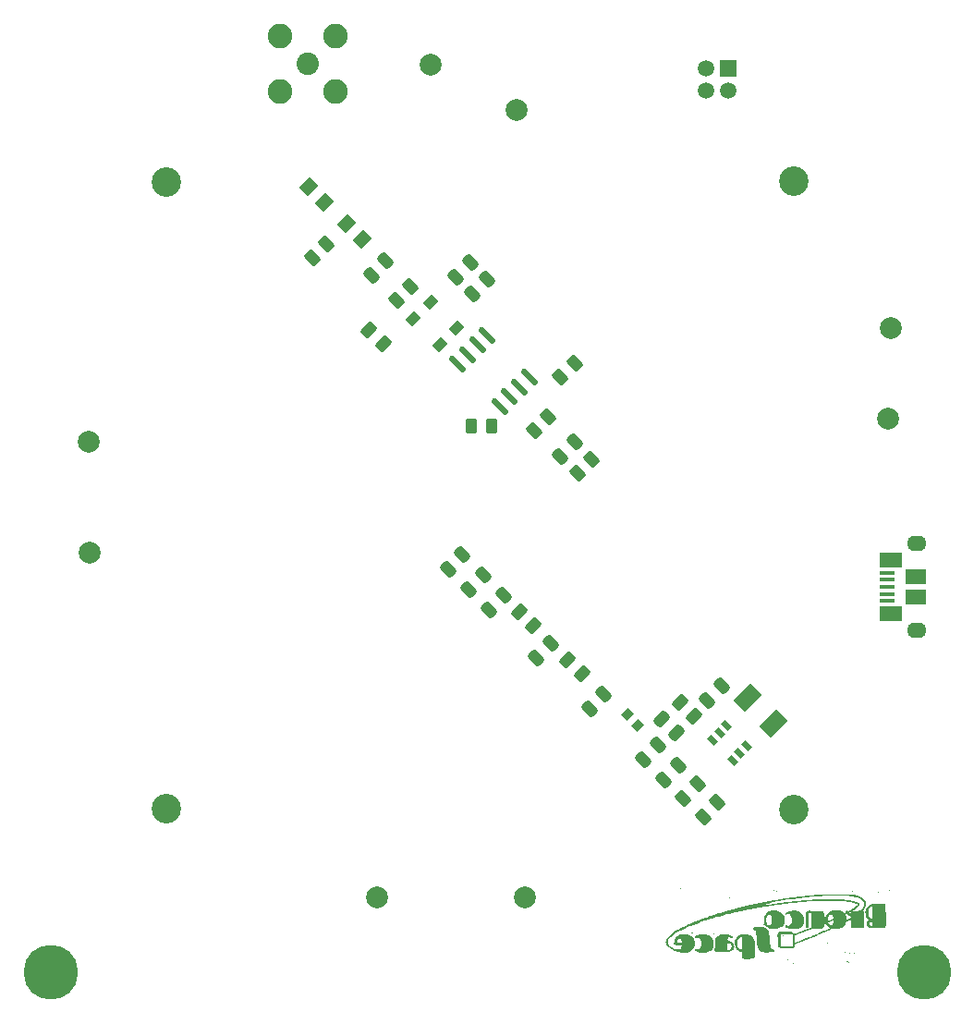
<source format=gbr>
%TF.GenerationSoftware,KiCad,Pcbnew,9.0.0*%
%TF.CreationDate,2025-06-11T13:17:42-07:00*%
%TF.ProjectId,PROVES_Cosmic_Watch,50524f56-4553-45f4-936f-736d69635f57,rev?*%
%TF.SameCoordinates,Original*%
%TF.FileFunction,Soldermask,Bot*%
%TF.FilePolarity,Negative*%
%FSLAX46Y46*%
G04 Gerber Fmt 4.6, Leading zero omitted, Abs format (unit mm)*
G04 Created by KiCad (PCBNEW 9.0.0) date 2025-06-11 13:17:42*
%MOMM*%
%LPD*%
G01*
G04 APERTURE LIST*
G04 Aperture macros list*
%AMRoundRect*
0 Rectangle with rounded corners*
0 $1 Rounding radius*
0 $2 $3 $4 $5 $6 $7 $8 $9 X,Y pos of 4 corners*
0 Add a 4 corners polygon primitive as box body*
4,1,4,$2,$3,$4,$5,$6,$7,$8,$9,$2,$3,0*
0 Add four circle primitives for the rounded corners*
1,1,$1+$1,$2,$3*
1,1,$1+$1,$4,$5*
1,1,$1+$1,$6,$7*
1,1,$1+$1,$8,$9*
0 Add four rect primitives between the rounded corners*
20,1,$1+$1,$2,$3,$4,$5,0*
20,1,$1+$1,$4,$5,$6,$7,0*
20,1,$1+$1,$6,$7,$8,$9,0*
20,1,$1+$1,$8,$9,$2,$3,0*%
%AMHorizOval*
0 Thick line with rounded ends*
0 $1 width*
0 $2 $3 position (X,Y) of the first rounded end (center of the circle)*
0 $4 $5 position (X,Y) of the second rounded end (center of the circle)*
0 Add line between two ends*
20,1,$1,$2,$3,$4,$5,0*
0 Add two circle primitives to create the rounded ends*
1,1,$1,$2,$3*
1,1,$1,$4,$5*%
%AMRotRect*
0 Rectangle, with rotation*
0 The origin of the aperture is its center*
0 $1 length*
0 $2 width*
0 $3 Rotation angle, in degrees counterclockwise*
0 Add horizontal line*
21,1,$1,$2,0,0,$3*%
G04 Aperture macros list end*
%ADD10C,0.000000*%
%ADD11RoundRect,0.250000X0.262500X0.450000X-0.262500X0.450000X-0.262500X-0.450000X0.262500X-0.450000X0*%
%ADD12HorizOval,0.570000X-0.487904X0.487904X0.487904X-0.487904X0*%
%ADD13C,2.000000*%
%ADD14C,2.700000*%
%ADD15C,5.000000*%
%ADD16RoundRect,0.250000X-0.159099X0.512652X-0.512652X0.159099X0.159099X-0.512652X0.512652X-0.159099X0*%
%ADD17RotRect,0.950000X1.150000X135.000000*%
%ADD18RoundRect,0.250000X0.159099X-0.512652X0.512652X-0.159099X-0.159099X0.512652X-0.512652X0.159099X0*%
%ADD19RoundRect,0.250000X0.132583X-0.503814X0.503814X-0.132583X-0.132583X0.503814X-0.503814X0.132583X0*%
%ADD20RotRect,0.800000X0.860000X135.000000*%
%ADD21RoundRect,0.250000X0.503814X0.132583X0.132583X0.503814X-0.503814X-0.132583X-0.132583X-0.503814X0*%
%ADD22RoundRect,0.250000X-0.503814X-0.132583X-0.132583X-0.503814X0.503814X0.132583X0.132583X0.503814X0*%
%ADD23RotRect,1.470000X2.220000X315.000000*%
%ADD24R,1.520000X1.520000*%
%ADD25C,1.520000*%
%ADD26RoundRect,0.250000X0.512652X0.159099X0.159099X0.512652X-0.512652X-0.159099X-0.159099X-0.512652X0*%
%ADD27RoundRect,0.250000X-0.132583X0.503814X-0.503814X0.132583X0.132583X-0.503814X0.503814X-0.132583X0*%
%ADD28R,1.380000X0.450000*%
%ADD29O,1.800000X1.400000*%
%ADD30R,1.900000X1.380000*%
%ADD31R,2.100000X1.480000*%
%ADD32RotRect,0.950000X1.150000X315.000000*%
%ADD33RotRect,1.130000X1.380000X135.000000*%
%ADD34RotRect,0.876300X0.508000X135.000000*%
%ADD35C,2.050000*%
%ADD36C,2.250000*%
G04 APERTURE END LIST*
D10*
%TO.C,G\u002A\u002A\u002A*%
G36*
X148759270Y-137464827D02*
G01*
X148748129Y-137475968D01*
X148736990Y-137464827D01*
X148748129Y-137453687D01*
X148759270Y-137464827D01*
G37*
G36*
X156134182Y-136373073D02*
G01*
X156123042Y-136384213D01*
X156111901Y-136373073D01*
X156123042Y-136361933D01*
X156134182Y-136373073D01*
G37*
G36*
X157448742Y-137598512D02*
G01*
X157437603Y-137609652D01*
X157426463Y-137598512D01*
X157437603Y-137587371D01*
X157448742Y-137598512D01*
G37*
G36*
X157626989Y-135548687D02*
G01*
X157615849Y-135559827D01*
X157604708Y-135548687D01*
X157615849Y-135537547D01*
X157626989Y-135548687D01*
G37*
G36*
X159877340Y-139113599D02*
G01*
X159866199Y-139124740D01*
X159855059Y-139113599D01*
X159866199Y-139102459D01*
X159877340Y-139113599D01*
G37*
G36*
X160768568Y-141809564D02*
G01*
X160757428Y-141820705D01*
X160746287Y-141809564D01*
X160757428Y-141798424D01*
X160768568Y-141809564D01*
G37*
G36*
X161080498Y-141742722D02*
G01*
X161069357Y-141753862D01*
X161058217Y-141742722D01*
X161069357Y-141731582D01*
X161080498Y-141742722D01*
G37*
G36*
X161281024Y-140918336D02*
G01*
X161269884Y-140929476D01*
X161258743Y-140918336D01*
X161269884Y-140907196D01*
X161281024Y-140918336D01*
G37*
G36*
X161325585Y-141787283D02*
G01*
X161314445Y-141798424D01*
X161303305Y-141787283D01*
X161314445Y-141776143D01*
X161325585Y-141787283D01*
G37*
G36*
X163843306Y-141742722D02*
G01*
X163832164Y-141753862D01*
X163821025Y-141742722D01*
X163832164Y-141731582D01*
X163843306Y-141742722D01*
G37*
G36*
X167809270Y-136529038D02*
G01*
X167798129Y-136540178D01*
X167786989Y-136529038D01*
X167798129Y-136517898D01*
X167809270Y-136529038D01*
G37*
G36*
X168878742Y-141029740D02*
G01*
X168867603Y-141040880D01*
X168856463Y-141029740D01*
X168867603Y-141018599D01*
X168878742Y-141029740D01*
G37*
G36*
X170148743Y-135036231D02*
G01*
X170137603Y-135047370D01*
X170126463Y-135036231D01*
X170137603Y-135025091D01*
X170148743Y-135036231D01*
G37*
G36*
X170171024Y-135169915D02*
G01*
X170159884Y-135181055D01*
X170148743Y-135169915D01*
X170159884Y-135158775D01*
X170171024Y-135169915D01*
G37*
G36*
X148729562Y-136503045D02*
G01*
X148733048Y-136509745D01*
X148714709Y-136517898D01*
X148702913Y-136516290D01*
X148699854Y-136503044D01*
X148703120Y-136500377D01*
X148729562Y-136503045D01*
G37*
G36*
X156616930Y-138218658D02*
G01*
X156620416Y-138225359D01*
X156602077Y-138233512D01*
X156590281Y-138231904D01*
X156587223Y-138218658D01*
X156590489Y-138215991D01*
X156616930Y-138218658D01*
G37*
G36*
X159792395Y-139064958D02*
G01*
X159802708Y-139072978D01*
X159778933Y-139078419D01*
X159756335Y-139076844D01*
X159749690Y-139066717D01*
X159757573Y-139062302D01*
X159792395Y-139064958D01*
G37*
G36*
X160389796Y-140238775D02*
G01*
X160388188Y-140250570D01*
X160374942Y-140253629D01*
X160372276Y-140250363D01*
X160374942Y-140223921D01*
X160381644Y-140220435D01*
X160389796Y-140238775D01*
G37*
G36*
X160471492Y-139421816D02*
G01*
X160474978Y-139428517D01*
X160456638Y-139436669D01*
X160444843Y-139435061D01*
X160441784Y-139421817D01*
X160445050Y-139419149D01*
X160471492Y-139421816D01*
G37*
G36*
X160805702Y-138775675D02*
G01*
X160809188Y-138782377D01*
X160790849Y-138790529D01*
X160779053Y-138788921D01*
X160775995Y-138775675D01*
X160779260Y-138773009D01*
X160805702Y-138775675D01*
G37*
G36*
X161396605Y-141961449D02*
G01*
X161406918Y-141969469D01*
X161383144Y-141974910D01*
X161360545Y-141973335D01*
X161353901Y-141963208D01*
X161361783Y-141958793D01*
X161396605Y-141961449D01*
G37*
G36*
X165778208Y-139659476D02*
G01*
X165775102Y-139690126D01*
X165766970Y-139687327D01*
X165764027Y-139677242D01*
X165766970Y-139631626D01*
X165774706Y-139627846D01*
X165778208Y-139659476D01*
G37*
G36*
X165848568Y-141865266D02*
G01*
X165846961Y-141877061D01*
X165833714Y-141880120D01*
X165831049Y-141876854D01*
X165833714Y-141850412D01*
X165840416Y-141846926D01*
X165848568Y-141865266D01*
G37*
G36*
X166316463Y-141553336D02*
G01*
X166314855Y-141565131D01*
X166301609Y-141568190D01*
X166298942Y-141564924D01*
X166301609Y-141538481D01*
X166308310Y-141534997D01*
X166316463Y-141553336D01*
G37*
G36*
X166487281Y-140959184D02*
G01*
X166490767Y-140965886D01*
X166472428Y-140974038D01*
X166460632Y-140972430D01*
X166457574Y-140959184D01*
X166460839Y-140956518D01*
X166487281Y-140959184D01*
G37*
G36*
X149730608Y-137739894D02*
G01*
X149723730Y-137749791D01*
X149704885Y-137765617D01*
X149701770Y-137765400D01*
X149696863Y-137752502D01*
X149720782Y-137730068D01*
X149733234Y-137724647D01*
X149730608Y-137739894D01*
G37*
G36*
X157163436Y-138505466D02*
G01*
X157181375Y-138536158D01*
X157177645Y-138552919D01*
X157154918Y-138562616D01*
X157125588Y-138540592D01*
X157121698Y-138513868D01*
X157146097Y-138500880D01*
X157163436Y-138505466D01*
G37*
G36*
X160902252Y-141630004D02*
G01*
X160901816Y-141641253D01*
X160891291Y-141663754D01*
X160869783Y-141643999D01*
X160866755Y-141635964D01*
X160879608Y-141609262D01*
X160891290Y-141607056D01*
X160902252Y-141630004D01*
G37*
G36*
X161896941Y-136729170D02*
G01*
X161914592Y-136756455D01*
X161916178Y-136760681D01*
X161920853Y-136783007D01*
X161902119Y-136768927D01*
X161889405Y-136752544D01*
X161886906Y-136728975D01*
X161896941Y-136729170D01*
G37*
G36*
X167176501Y-141626123D02*
G01*
X167180597Y-141634929D01*
X167172422Y-141667730D01*
X167157860Y-141684592D01*
X167145589Y-141667820D01*
X167142858Y-141647099D01*
X167154475Y-141622464D01*
X167176501Y-141626123D01*
G37*
G36*
X170184281Y-135286889D02*
G01*
X170152346Y-135321995D01*
X170134150Y-135337020D01*
X170128416Y-135335912D01*
X170134494Y-135318706D01*
X170176594Y-135279202D01*
X170226726Y-135236757D01*
X170184281Y-135286889D01*
G37*
G36*
X149219738Y-138686552D02*
G01*
X149222957Y-138692199D01*
X149216940Y-138722205D01*
X149202530Y-138737645D01*
X149174341Y-138744618D01*
X149160322Y-138725002D01*
X149167043Y-138706112D01*
X149193678Y-138684873D01*
X149219738Y-138686552D01*
G37*
G36*
X151059508Y-135070298D02*
G01*
X151076463Y-135091933D01*
X151075815Y-135097258D01*
X151054182Y-135114213D01*
X151048856Y-135113566D01*
X151031901Y-135091933D01*
X151032549Y-135086607D01*
X151054182Y-135069652D01*
X151059508Y-135070298D01*
G37*
G36*
X153198979Y-135028495D02*
G01*
X153204270Y-135047371D01*
X153199703Y-135054112D01*
X153181989Y-135069652D01*
X153178766Y-135068603D01*
X153159708Y-135047371D01*
X153157924Y-135035571D01*
X153181989Y-135025091D01*
X153198979Y-135028495D01*
G37*
G36*
X153778717Y-138256430D02*
G01*
X153794708Y-138278073D01*
X153790457Y-138288721D01*
X153759972Y-138300354D01*
X153744058Y-138297147D01*
X153739007Y-138278073D01*
X153743567Y-138271988D01*
X153773743Y-138255792D01*
X153778717Y-138256430D01*
G37*
G36*
X154093147Y-139217565D02*
G01*
X154118641Y-139239194D01*
X154113459Y-139266456D01*
X154091544Y-139279196D01*
X154056411Y-139275310D01*
X154039796Y-139247283D01*
X154043511Y-139231726D01*
X154071902Y-139213862D01*
X154093147Y-139217565D01*
G37*
G36*
X155595218Y-135924823D02*
G01*
X155613570Y-135944909D01*
X155611569Y-135958297D01*
X155570798Y-135960880D01*
X155526151Y-135953111D01*
X155510636Y-135931541D01*
X155534742Y-135903857D01*
X155557708Y-135902320D01*
X155595218Y-135924823D01*
G37*
G36*
X156058459Y-136385239D02*
G01*
X156078480Y-136406494D01*
X156081962Y-136415125D01*
X156068655Y-136428775D01*
X156062187Y-136427919D01*
X156045059Y-136406494D01*
X156045315Y-136401452D01*
X156054885Y-136384213D01*
X156058459Y-136385239D01*
G37*
G36*
X156962802Y-137277955D02*
G01*
X156980849Y-137297722D01*
X156977078Y-137307972D01*
X156947428Y-137320003D01*
X156932053Y-137317489D01*
X156914007Y-137297722D01*
X156917777Y-137287472D01*
X156947428Y-137275441D01*
X156962802Y-137277955D01*
G37*
G36*
X157130978Y-137393741D02*
G01*
X157147998Y-137411368D01*
X157156128Y-137428207D01*
X157131763Y-137431406D01*
X157099740Y-137423039D01*
X157074965Y-137397578D01*
X157079411Y-137369978D01*
X157097234Y-137369919D01*
X157130978Y-137393741D01*
G37*
G36*
X157727703Y-137729286D02*
G01*
X157744664Y-137740115D01*
X157749630Y-137765459D01*
X157747061Y-137769297D01*
X157714160Y-137786902D01*
X157681775Y-137764133D01*
X157674546Y-137745941D01*
X157687317Y-137724886D01*
X157727703Y-137729286D01*
G37*
G36*
X158522452Y-137946376D02*
G01*
X158540498Y-137966143D01*
X158536727Y-137976393D01*
X158507077Y-137988424D01*
X158491702Y-137985910D01*
X158473656Y-137966143D01*
X158477426Y-137955893D01*
X158507077Y-137943862D01*
X158522452Y-137946376D01*
G37*
G36*
X158690366Y-138382003D02*
G01*
X158716954Y-138434038D01*
X158731906Y-138466391D01*
X158731867Y-138473881D01*
X158708832Y-138446490D01*
X158686919Y-138414208D01*
X158674182Y-138381505D01*
X158677181Y-138367514D01*
X158690366Y-138382003D01*
G37*
G36*
X158927554Y-136099201D02*
G01*
X158950322Y-136129847D01*
X158954164Y-136149344D01*
X158937388Y-136156305D01*
X158935465Y-136155615D01*
X158909530Y-136134294D01*
X158900436Y-136107646D01*
X158915029Y-136094564D01*
X158927554Y-136099201D01*
G37*
G36*
X161045495Y-141531263D02*
G01*
X161058217Y-141567384D01*
X161057851Y-141578072D01*
X161049411Y-141588179D01*
X161022144Y-141565007D01*
X161002221Y-141539575D01*
X160998380Y-141516623D01*
X161018524Y-141511502D01*
X161045495Y-141531263D01*
G37*
G36*
X161032268Y-139526460D02*
G01*
X161013657Y-139559213D01*
X160994786Y-139577276D01*
X160973885Y-139582571D01*
X160972762Y-139569686D01*
X160991375Y-139536933D01*
X161010244Y-139518870D01*
X161031146Y-139513575D01*
X161032268Y-139526460D01*
G37*
G36*
X161607981Y-136462303D02*
G01*
X161631956Y-136490047D01*
X161628768Y-136507253D01*
X161594811Y-136517898D01*
X161567135Y-136511768D01*
X161548392Y-136482843D01*
X161550642Y-136471264D01*
X161574290Y-136455474D01*
X161607981Y-136462303D01*
G37*
G36*
X162667753Y-140038896D02*
G01*
X162684708Y-140060529D01*
X162684061Y-140065855D01*
X162662428Y-140082809D01*
X162657102Y-140082162D01*
X162640147Y-140060528D01*
X162640794Y-140055203D01*
X162662428Y-140038248D01*
X162667753Y-140038896D01*
G37*
G36*
X164283927Y-136381803D02*
G01*
X164306929Y-136404823D01*
X164305508Y-136417469D01*
X164277777Y-136428775D01*
X164259383Y-136425139D01*
X164248628Y-136404823D01*
X164251654Y-136398217D01*
X164277778Y-136380871D01*
X164283927Y-136381803D01*
G37*
G36*
X164543214Y-140102646D02*
G01*
X164556287Y-140141141D01*
X164553284Y-140155991D01*
X164534007Y-140160792D01*
X164524799Y-140152096D01*
X164511726Y-140113601D01*
X164514729Y-140098751D01*
X164534007Y-140093950D01*
X164543214Y-140102646D01*
G37*
G36*
X164918104Y-141888194D02*
G01*
X164935059Y-141909827D01*
X164934412Y-141915153D01*
X164912778Y-141932108D01*
X164907453Y-141931461D01*
X164890498Y-141909827D01*
X164891145Y-141904502D01*
X164912778Y-141887547D01*
X164918104Y-141888194D01*
G37*
G36*
X165007054Y-136318227D02*
G01*
X165024182Y-136339652D01*
X165023927Y-136344694D01*
X165014357Y-136361933D01*
X165010783Y-136360907D01*
X164990761Y-136339652D01*
X164987279Y-136331021D01*
X165000586Y-136317371D01*
X165007054Y-136318227D01*
G37*
G36*
X166217195Y-140278298D02*
G01*
X166244050Y-140300047D01*
X166233852Y-140320542D01*
X166182778Y-140327898D01*
X166133100Y-140321175D01*
X166121507Y-140300047D01*
X166138680Y-140282699D01*
X166182778Y-140272196D01*
X166217195Y-140278298D01*
G37*
G36*
X166200067Y-136738295D02*
G01*
X166223069Y-136761314D01*
X166221649Y-136773961D01*
X166193919Y-136785266D01*
X166175524Y-136781630D01*
X166164768Y-136761314D01*
X166167794Y-136754708D01*
X166193919Y-136737362D01*
X166200067Y-136738295D01*
G37*
G36*
X166701084Y-141133407D02*
G01*
X166706375Y-141152283D01*
X166701808Y-141159024D01*
X166684094Y-141174564D01*
X166680871Y-141173516D01*
X166661814Y-141152283D01*
X166660029Y-141140483D01*
X166684094Y-141130003D01*
X166701084Y-141133407D01*
G37*
G36*
X166973616Y-141001655D02*
G01*
X167007164Y-141029740D01*
X167019412Y-141049744D01*
X167012621Y-141063161D01*
X166996152Y-141057825D01*
X166962603Y-141029740D01*
X166950355Y-141009735D01*
X166957147Y-140996319D01*
X166973616Y-141001655D01*
G37*
G36*
X167096287Y-141774828D02*
G01*
X167095431Y-141781295D01*
X167074007Y-141798424D01*
X167068964Y-141798168D01*
X167051726Y-141788598D01*
X167052752Y-141785024D01*
X167074007Y-141765003D01*
X167082637Y-141761521D01*
X167096287Y-141774828D01*
G37*
G36*
X167764708Y-136417634D02*
G01*
X167775294Y-136428795D01*
X167786648Y-136469081D01*
X167786572Y-136474148D01*
X167782012Y-136494216D01*
X167764708Y-136473336D01*
X167748297Y-136442404D01*
X167745026Y-136415836D01*
X167764708Y-136417634D01*
G37*
G36*
X167902012Y-135029268D02*
G01*
X167920673Y-135047371D01*
X167912317Y-135060320D01*
X167876112Y-135069652D01*
X167850212Y-135065474D01*
X167831550Y-135047371D01*
X167839906Y-135034421D01*
X167876112Y-135025091D01*
X167902012Y-135029268D01*
G37*
G36*
X168111348Y-138591005D02*
G01*
X168132340Y-138612283D01*
X168136490Y-138620172D01*
X168134970Y-138634563D01*
X168131052Y-138633562D01*
X168110059Y-138612283D01*
X168105909Y-138604395D01*
X168107430Y-138590003D01*
X168111348Y-138591005D01*
G37*
G36*
X152142079Y-139127598D02*
G01*
X152167771Y-139145798D01*
X152153363Y-139176728D01*
X152150481Y-139179352D01*
X152113057Y-139191938D01*
X152074528Y-139183469D01*
X152056814Y-139158161D01*
X152067716Y-139136361D01*
X152112515Y-139124741D01*
X152142079Y-139127598D01*
G37*
G36*
X160746287Y-135292459D02*
G01*
X160756071Y-135311906D01*
X160768227Y-135366186D01*
X160764401Y-135386727D01*
X160746287Y-135392722D01*
X160731570Y-135368330D01*
X160724348Y-135318995D01*
X160724812Y-135300375D01*
X160730759Y-135277123D01*
X160746287Y-135292459D01*
G37*
G36*
X164645410Y-135270178D02*
G01*
X164656217Y-135289067D01*
X164667350Y-135320309D01*
X164666807Y-135324225D01*
X164645410Y-135337020D01*
X164631591Y-135326008D01*
X164623471Y-135286889D01*
X164623717Y-135274810D01*
X164629157Y-135252680D01*
X164645410Y-135270178D01*
G37*
G36*
X166334460Y-141025205D02*
G01*
X166316462Y-141052020D01*
X166293042Y-141070547D01*
X166241322Y-141085304D01*
X166216866Y-141083655D01*
X166218392Y-141074341D01*
X166257739Y-141051883D01*
X166276212Y-141042393D01*
X166322144Y-141021999D01*
X166334460Y-141025205D01*
G37*
G36*
X166592530Y-140999910D02*
G01*
X166604546Y-141062542D01*
X166604379Y-141068913D01*
X166591345Y-141074709D01*
X166555980Y-141045098D01*
X166531765Y-141018984D01*
X166520681Y-140993224D01*
X166539264Y-140974120D01*
X166566973Y-140969904D01*
X166592530Y-140999910D01*
G37*
G36*
X169224641Y-135409427D02*
G01*
X169233436Y-135432290D01*
X169207384Y-135455948D01*
X169196470Y-135460316D01*
X169173963Y-135468945D01*
X169171396Y-135465973D01*
X169168392Y-135437283D01*
X169172274Y-135421697D01*
X169201815Y-135403862D01*
X169224641Y-135409427D01*
G37*
G36*
X159903836Y-135293435D02*
G01*
X159875701Y-135333646D01*
X159835569Y-135368124D01*
X159802096Y-135382789D01*
X159788217Y-135371589D01*
X159791963Y-135360323D01*
X159816869Y-135328345D01*
X159853615Y-135293868D01*
X159888543Y-135268962D01*
X159907995Y-135265703D01*
X159903836Y-135293435D01*
G37*
G36*
X166149357Y-140951757D02*
G01*
X166166945Y-140971389D01*
X166182778Y-141012915D01*
X166182761Y-141015283D01*
X166175807Y-141034469D01*
X166149357Y-141018599D01*
X166131770Y-140998967D01*
X166115936Y-140957441D01*
X166115953Y-140955074D01*
X166122908Y-140935888D01*
X166149357Y-140951757D01*
G37*
G36*
X170194600Y-137458386D02*
G01*
X170240812Y-137489361D01*
X170260147Y-137536125D01*
X170260139Y-137537723D01*
X170254118Y-137561020D01*
X170230833Y-137558413D01*
X170181381Y-137529107D01*
X170175771Y-137525356D01*
X170134838Y-137488750D01*
X170131456Y-137463255D01*
X170166568Y-137453687D01*
X170194600Y-137458386D01*
G37*
G36*
X159575660Y-135140265D02*
G01*
X159587692Y-135169915D01*
X159599203Y-135203786D01*
X159632252Y-135247897D01*
X159662432Y-135284002D01*
X159676814Y-135314740D01*
X159675809Y-135326338D01*
X159661389Y-135336045D01*
X159632669Y-135309278D01*
X159593261Y-135248882D01*
X159567731Y-135203155D01*
X159547642Y-135160371D01*
X159547581Y-135141026D01*
X159565410Y-135136494D01*
X159575660Y-135140265D01*
G37*
G36*
X166817263Y-135328765D02*
G01*
X166833517Y-135337107D01*
X166851199Y-135358900D01*
X166851201Y-135359174D01*
X166855362Y-135391884D01*
X166865125Y-135445639D01*
X166869205Y-135495919D01*
X166853985Y-135515266D01*
X166837290Y-135500652D01*
X166828919Y-135458099D01*
X166824222Y-135414672D01*
X166806123Y-135358338D01*
X166802010Y-135350444D01*
X166795052Y-135325749D01*
X166817263Y-135328765D01*
G37*
G36*
X149190700Y-138190993D02*
G01*
X149196260Y-138237508D01*
X149196495Y-138304338D01*
X149192044Y-138376644D01*
X149183546Y-138439584D01*
X149171637Y-138478317D01*
X149161112Y-138492736D01*
X149140063Y-138500063D01*
X149128867Y-138469679D01*
X149130166Y-138406187D01*
X149133846Y-138372677D01*
X149146544Y-138272930D01*
X149158373Y-138210945D01*
X149170603Y-138181403D01*
X149184505Y-138178985D01*
X149190700Y-138190993D01*
G37*
G36*
X166322482Y-141759833D02*
G01*
X166395161Y-141786147D01*
X166452346Y-141820568D01*
X166472428Y-141864129D01*
X166468098Y-141891118D01*
X166450147Y-141909827D01*
X166444853Y-141909218D01*
X166427866Y-141888592D01*
X166426502Y-141883991D01*
X166399848Y-141859023D01*
X166349884Y-141830352D01*
X166335284Y-141823074D01*
X166290102Y-141794882D01*
X166271901Y-141773604D01*
X166282985Y-141756484D01*
X166322482Y-141759833D01*
G37*
G36*
X153183042Y-139281468D02*
G01*
X153417266Y-139305578D01*
X153617882Y-139358851D01*
X153784859Y-139441269D01*
X153918161Y-139552812D01*
X154017754Y-139693464D01*
X154083607Y-139863201D01*
X154085137Y-139869275D01*
X154097459Y-139950326D01*
X154103857Y-140057718D01*
X154103299Y-140175131D01*
X154103225Y-140177121D01*
X154096773Y-140287435D01*
X154084972Y-140369547D01*
X154064425Y-140439533D01*
X154031729Y-140513468D01*
X153998857Y-140573424D01*
X153944007Y-140656387D01*
X153891622Y-140719674D01*
X153804748Y-140790532D01*
X153674950Y-140865774D01*
X153529094Y-140926041D01*
X153382515Y-140963973D01*
X153298316Y-140977547D01*
X153194517Y-140989418D01*
X153101360Y-140991171D01*
X153000826Y-140982822D01*
X152874903Y-140964385D01*
X152826692Y-140955377D01*
X152714834Y-140926800D01*
X152604542Y-140889657D01*
X152504189Y-140847663D01*
X152422144Y-140804536D01*
X152366778Y-140763992D01*
X152346464Y-140729749D01*
X152348210Y-140712899D01*
X152377633Y-140661584D01*
X152431910Y-140629795D01*
X152496077Y-140627735D01*
X152517323Y-140633013D01*
X152614498Y-140652858D01*
X152683898Y-140655816D01*
X152737256Y-140641078D01*
X152786307Y-140607842D01*
X152864677Y-140523450D01*
X152917566Y-140420048D01*
X152947394Y-140290460D01*
X152956760Y-140127371D01*
X152948030Y-139969498D01*
X152918742Y-139837955D01*
X152866427Y-139733402D01*
X152788632Y-139648856D01*
X152767846Y-139633958D01*
X152703266Y-139605512D01*
X152633023Y-139591506D01*
X152572193Y-139593966D01*
X152535849Y-139614915D01*
X152509621Y-139633876D01*
X152460446Y-139633737D01*
X152406990Y-139612826D01*
X152364062Y-139577469D01*
X152346463Y-139533993D01*
X152360621Y-139503397D01*
X152411623Y-139462320D01*
X152492259Y-139419634D01*
X152594615Y-139378145D01*
X152710780Y-139340654D01*
X152832841Y-139309962D01*
X152952885Y-139288874D01*
X153062999Y-139280192D01*
X153183042Y-139281468D01*
G37*
G36*
X161581029Y-137138225D02*
G01*
X161665519Y-137141041D01*
X161729563Y-137148380D01*
X161785117Y-137162362D01*
X161844140Y-137185101D01*
X161918588Y-137218721D01*
X161947192Y-137232311D01*
X162108236Y-137328476D01*
X162230208Y-137442252D01*
X162315980Y-137577988D01*
X162368425Y-137740030D01*
X162390415Y-137932722D01*
X162391368Y-138005448D01*
X162375565Y-138174833D01*
X162330445Y-138326654D01*
X162252366Y-138475223D01*
X162222029Y-138516584D01*
X162124503Y-138607972D01*
X161996288Y-138689391D01*
X161847025Y-138755306D01*
X161686356Y-138800180D01*
X161638766Y-138809339D01*
X161527724Y-138826107D01*
X161430765Y-138830631D01*
X161328875Y-138823043D01*
X161203042Y-138803470D01*
X161048104Y-138770749D01*
X160908755Y-138730496D01*
X160794483Y-138685767D01*
X160710105Y-138638796D01*
X160660433Y-138591816D01*
X160650285Y-138547063D01*
X160675973Y-138492208D01*
X160719293Y-138463473D01*
X160770075Y-138474370D01*
X160793240Y-138483847D01*
X160856368Y-138496090D01*
X160932778Y-138500880D01*
X160980636Y-138500051D01*
X161037086Y-138491350D01*
X161080183Y-138466233D01*
X161129437Y-138416309D01*
X161192970Y-138327875D01*
X161234650Y-138221357D01*
X161254413Y-138090767D01*
X161254416Y-137927671D01*
X161242370Y-137796867D01*
X161216559Y-137687747D01*
X161172996Y-137597961D01*
X161107207Y-137514959D01*
X161066466Y-137478749D01*
X161015860Y-137458733D01*
X160941180Y-137453687D01*
X160908064Y-137454750D01*
X160835663Y-137463762D01*
X160785244Y-137478967D01*
X160756974Y-137490247D01*
X160725207Y-137482548D01*
X160685582Y-137443300D01*
X160664560Y-137415680D01*
X160651112Y-137375921D01*
X160668828Y-137340150D01*
X160721551Y-137302788D01*
X160813130Y-137258258D01*
X160904316Y-137220253D01*
X161025881Y-137180444D01*
X161150134Y-137155141D01*
X161290857Y-137141785D01*
X161461834Y-137137817D01*
X161464136Y-137137815D01*
X161581029Y-137138225D01*
G37*
G36*
X158819465Y-138701406D02*
G01*
X158837176Y-138710529D01*
X158977908Y-138805328D01*
X159080215Y-138919972D01*
X159142653Y-139052890D01*
X159149100Y-139078989D01*
X159162804Y-139155040D01*
X159176510Y-139253165D01*
X159188038Y-139358687D01*
X159194104Y-139423354D01*
X159221048Y-139697154D01*
X159246224Y-139929239D01*
X159269964Y-140121906D01*
X159292595Y-140277453D01*
X159314444Y-140398179D01*
X159335839Y-140486381D01*
X159357108Y-140544358D01*
X159368973Y-140567149D01*
X159401744Y-140610711D01*
X159449427Y-140641526D01*
X159526419Y-140670303D01*
X159530451Y-140671615D01*
X159599795Y-140695934D01*
X159636898Y-140717158D01*
X159651797Y-140744420D01*
X159654533Y-140786852D01*
X159652479Y-140824725D01*
X159635913Y-140858604D01*
X159593261Y-140874692D01*
X159544004Y-140885720D01*
X159487428Y-140899818D01*
X159467467Y-140904086D01*
X159406015Y-140914286D01*
X159319548Y-140926834D01*
X159220059Y-140939928D01*
X159203170Y-140942038D01*
X159076065Y-140957207D01*
X158980645Y-140966164D01*
X158905737Y-140968909D01*
X158840168Y-140965438D01*
X158772764Y-140955749D01*
X158692349Y-140939842D01*
X158661516Y-140932924D01*
X158482028Y-140870815D01*
X158334198Y-140777626D01*
X158217075Y-140652606D01*
X158129710Y-140495003D01*
X158117872Y-140458002D01*
X158100084Y-140372590D01*
X158084132Y-140262171D01*
X158071925Y-140138512D01*
X158066195Y-140064090D01*
X158049351Y-139848852D01*
X158034968Y-139671704D01*
X158022597Y-139527772D01*
X158011789Y-139412182D01*
X158002094Y-139320064D01*
X157993066Y-139246542D01*
X157984253Y-139186745D01*
X157973516Y-139118916D01*
X157964782Y-139060049D01*
X157961369Y-139031756D01*
X157957427Y-139017677D01*
X157927582Y-138974795D01*
X157878530Y-138924291D01*
X157822392Y-138877924D01*
X157771294Y-138847450D01*
X157735462Y-138827122D01*
X157693188Y-138783960D01*
X157674221Y-138738110D01*
X157686048Y-138702322D01*
X157712233Y-138687707D01*
X157784286Y-138667396D01*
X157889104Y-138650022D01*
X158019602Y-138636447D01*
X158168692Y-138627530D01*
X158329290Y-138624135D01*
X158663959Y-138623424D01*
X158819465Y-138701406D01*
G37*
G36*
X160598849Y-138046778D02*
G01*
X160596609Y-138135176D01*
X160589943Y-138200050D01*
X160576433Y-138253881D01*
X160553661Y-138309149D01*
X160519209Y-138378336D01*
X160478061Y-138452364D01*
X160412836Y-138540807D01*
X160337088Y-138607755D01*
X160255779Y-138661051D01*
X160095290Y-138741193D01*
X159938173Y-138789325D01*
X159847322Y-138801800D01*
X159723158Y-138809284D01*
X159587798Y-138810322D01*
X159455097Y-138805159D01*
X159338910Y-138794040D01*
X159253093Y-138777210D01*
X159105213Y-138719027D01*
X158956606Y-138620646D01*
X158840258Y-138492257D01*
X158756978Y-138335074D01*
X158707579Y-138150308D01*
X158693003Y-137941094D01*
X158919394Y-137941094D01*
X158919402Y-137945514D01*
X158929894Y-138123929D01*
X158960083Y-138263608D01*
X159009809Y-138364062D01*
X159078910Y-138424798D01*
X159162501Y-138453735D01*
X159247778Y-138446385D01*
X159322583Y-138395844D01*
X159387284Y-138301962D01*
X159396852Y-138271111D01*
X159407415Y-138198521D01*
X159414589Y-138102043D01*
X159418054Y-137993621D01*
X159417487Y-137885200D01*
X159412573Y-137788725D01*
X159402988Y-137716141D01*
X159401595Y-137710080D01*
X159372105Y-137634222D01*
X159328595Y-137565745D01*
X159297844Y-137533215D01*
X159248506Y-137505399D01*
X159179087Y-137498744D01*
X159171846Y-137498881D01*
X159095296Y-137511010D01*
X159036974Y-137537735D01*
X158999534Y-137578753D01*
X158956263Y-137670531D01*
X158928886Y-137793589D01*
X158919394Y-137941094D01*
X158693003Y-137941094D01*
X158692869Y-137939173D01*
X158693181Y-137922547D01*
X158714092Y-137728077D01*
X158767650Y-137562771D01*
X158855643Y-137423744D01*
X158979857Y-137308105D01*
X159142076Y-137212969D01*
X159172592Y-137198614D01*
X159233324Y-137171585D01*
X159285502Y-137153345D01*
X159339745Y-137142113D01*
X159406679Y-137136109D01*
X159496926Y-137133550D01*
X159621112Y-137132657D01*
X159712698Y-137132742D01*
X159829352Y-137135506D01*
X159917121Y-137142273D01*
X159985615Y-137153922D01*
X160044445Y-137171332D01*
X160198864Y-137238274D01*
X160336010Y-137329235D01*
X160446513Y-137445257D01*
X160539066Y-137593764D01*
X160546201Y-137607709D01*
X160570266Y-137660211D01*
X160585709Y-137710654D01*
X160594407Y-137770689D01*
X160598238Y-137851968D01*
X160599079Y-137966143D01*
X160599001Y-137993621D01*
X160598849Y-138046778D01*
G37*
G36*
X155975814Y-140386757D02*
G01*
X155955190Y-140526819D01*
X155896695Y-140651279D01*
X155803426Y-140755429D01*
X155678477Y-140834568D01*
X155524944Y-140883992D01*
X155493752Y-140887820D01*
X155417917Y-140892738D01*
X155310196Y-140897122D01*
X155177892Y-140900740D01*
X155028306Y-140903361D01*
X154868739Y-140904755D01*
X154305139Y-140907196D01*
X154192188Y-140794245D01*
X154198029Y-140383599D01*
X155376638Y-140383599D01*
X155376638Y-140706669D01*
X155437910Y-140705685D01*
X155477790Y-140701445D01*
X155570757Y-140667369D01*
X155651429Y-140607829D01*
X155703799Y-140533210D01*
X155725679Y-140445155D01*
X155727284Y-140347425D01*
X155709951Y-140257244D01*
X155675106Y-140191617D01*
X155631032Y-140153131D01*
X155558524Y-140107931D01*
X155482848Y-140073941D01*
X155422087Y-140060529D01*
X155415598Y-140060673D01*
X155399744Y-140064859D01*
X155388898Y-140079914D01*
X155382113Y-140112578D01*
X155378439Y-140169588D01*
X155376930Y-140257683D01*
X155376638Y-140383599D01*
X154198029Y-140383599D01*
X154199545Y-140276992D01*
X154199583Y-140274292D01*
X154202118Y-140109284D01*
X154204855Y-139982222D01*
X154208448Y-139886592D01*
X154213544Y-139815878D01*
X154220799Y-139763562D01*
X154230861Y-139723128D01*
X154244383Y-139688060D01*
X154262014Y-139651841D01*
X154267924Y-139640505D01*
X154347241Y-139525208D01*
X154451342Y-139436939D01*
X154589418Y-139367723D01*
X154637588Y-139350000D01*
X154690833Y-139335201D01*
X154750680Y-139325460D01*
X154826616Y-139319750D01*
X154928130Y-139317047D01*
X155064709Y-139316324D01*
X155154071Y-139316698D01*
X155286449Y-139319803D01*
X155387857Y-139326639D01*
X155467004Y-139337912D01*
X155532603Y-139354332D01*
X155586946Y-139373591D01*
X155668321Y-139408348D01*
X155749497Y-139448178D01*
X155820201Y-139487626D01*
X155870158Y-139521241D01*
X155889094Y-139543566D01*
X155886204Y-139558695D01*
X155859945Y-139602776D01*
X155819703Y-139642296D01*
X155781997Y-139659393D01*
X155776303Y-139658984D01*
X155728922Y-139644213D01*
X155671318Y-139614832D01*
X155664320Y-139610753D01*
X155593131Y-139583364D01*
X155515360Y-139571648D01*
X155446719Y-139576533D01*
X155402923Y-139598950D01*
X155389332Y-139632553D01*
X155378379Y-139692258D01*
X155372470Y-139759852D01*
X155373059Y-139818187D01*
X155381602Y-139850113D01*
X155388333Y-139853913D01*
X155429524Y-139864794D01*
X155491577Y-139874279D01*
X155580980Y-139892875D01*
X155706656Y-139947138D01*
X155817323Y-140026744D01*
X155903158Y-140124103D01*
X155954329Y-140231628D01*
X155955471Y-140235793D01*
X155970514Y-140347425D01*
X155975814Y-140386757D01*
G37*
G36*
X157822968Y-139823964D02*
G01*
X157831506Y-139863031D01*
X157838012Y-139911073D01*
X157842761Y-139973175D01*
X157846029Y-140054420D01*
X157848090Y-140159893D01*
X157849222Y-140294674D01*
X157849698Y-140463849D01*
X157849796Y-140672503D01*
X157849822Y-140874948D01*
X157849494Y-141049372D01*
X157848162Y-141187833D01*
X157845173Y-141294747D01*
X157839875Y-141374529D01*
X157831616Y-141431594D01*
X157819746Y-141470356D01*
X157803611Y-141495232D01*
X157782561Y-141510635D01*
X157755944Y-141520982D01*
X157723106Y-141530685D01*
X157687906Y-141536167D01*
X157613503Y-141541795D01*
X157510514Y-141546463D01*
X157387414Y-141549796D01*
X157252681Y-141551421D01*
X157163172Y-141551625D01*
X157030319Y-141550547D01*
X156931978Y-141547219D01*
X156861668Y-141541202D01*
X156812907Y-141532056D01*
X156779216Y-141519343D01*
X156713480Y-141485349D01*
X156713480Y-141242286D01*
X156713351Y-141205344D01*
X156709631Y-141076026D01*
X156699750Y-140984561D01*
X156682327Y-140925710D01*
X156655983Y-140894236D01*
X156619339Y-140884897D01*
X156616594Y-140884855D01*
X156550552Y-140870275D01*
X156464497Y-140834412D01*
X156371711Y-140784384D01*
X156285477Y-140727314D01*
X156219074Y-140670321D01*
X156149239Y-140588086D01*
X156094631Y-140495988D01*
X156059756Y-140391769D01*
X156041215Y-140264960D01*
X156035609Y-140105091D01*
X156035608Y-140098805D01*
X156268355Y-140098805D01*
X156273497Y-140226341D01*
X156297867Y-140372384D01*
X156344361Y-140486499D01*
X156415287Y-140573784D01*
X156512954Y-140639339D01*
X156558244Y-140660890D01*
X156623238Y-140687552D01*
X156672405Y-140702861D01*
X156693694Y-140702601D01*
X156694529Y-140681314D01*
X156695726Y-140621058D01*
X156697171Y-140527786D01*
X156698778Y-140407403D01*
X156700465Y-140265815D01*
X156702147Y-140108930D01*
X156703563Y-139934758D01*
X156703753Y-139789758D01*
X156702422Y-139680518D01*
X156699390Y-139602526D01*
X156694478Y-139551267D01*
X156687505Y-139522226D01*
X156678291Y-139510890D01*
X156637984Y-139507402D01*
X156567920Y-139527772D01*
X156490388Y-139571244D01*
X156417961Y-139631974D01*
X156369161Y-139686634D01*
X156319365Y-139763394D01*
X156288376Y-139850155D01*
X156272578Y-139958198D01*
X156268355Y-140098805D01*
X156035608Y-140098805D01*
X156035603Y-140069486D01*
X156036940Y-139965590D01*
X156041888Y-139890894D01*
X156052400Y-139833381D01*
X156070431Y-139781036D01*
X156097935Y-139721842D01*
X156159139Y-139616477D01*
X156265320Y-139495442D01*
X156399518Y-139403626D01*
X156567829Y-139336026D01*
X156643928Y-139313846D01*
X156724507Y-139295167D01*
X156801861Y-139285421D01*
X156891872Y-139282793D01*
X157010426Y-139285470D01*
X157118620Y-139290712D01*
X157225565Y-139301602D01*
X157312495Y-139319275D01*
X157393041Y-139345884D01*
X157479750Y-139387693D01*
X157613086Y-139486578D01*
X157723321Y-139612870D01*
X157800117Y-139756152D01*
X157812121Y-139788789D01*
X157812420Y-139789758D01*
X157822968Y-139823964D01*
G37*
G36*
X169863662Y-137846841D02*
G01*
X169864549Y-138054684D01*
X169864367Y-138225367D01*
X169862740Y-138362677D01*
X169859293Y-138470402D01*
X169855658Y-138523161D01*
X169853650Y-138552329D01*
X169845435Y-138612246D01*
X169834271Y-138653940D01*
X169819784Y-138681198D01*
X169801596Y-138697808D01*
X169779333Y-138707557D01*
X169752618Y-138714232D01*
X169706761Y-138724734D01*
X169669708Y-138734079D01*
X169651940Y-138736599D01*
X169591392Y-138739280D01*
X169498558Y-138740286D01*
X169381050Y-138739801D01*
X169246486Y-138738014D01*
X169102479Y-138735110D01*
X168956643Y-138731274D01*
X168816594Y-138726694D01*
X168689946Y-138721556D01*
X168584312Y-138716046D01*
X168507309Y-138710349D01*
X168466550Y-138704653D01*
X168408194Y-138686033D01*
X168288482Y-138625785D01*
X168206251Y-138543931D01*
X168158835Y-138437146D01*
X168143563Y-138302105D01*
X168143600Y-138275644D01*
X168144009Y-138266060D01*
X168370106Y-138266060D01*
X168374223Y-138320052D01*
X168395264Y-138383681D01*
X168454988Y-138461889D01*
X168515702Y-138503543D01*
X168590282Y-138523161D01*
X168657609Y-138523161D01*
X168651202Y-138317064D01*
X168644796Y-138110969D01*
X168581496Y-138115440D01*
X168566609Y-138117681D01*
X168503742Y-138140875D01*
X168439812Y-138179700D01*
X168427794Y-138188976D01*
X168385122Y-138228447D01*
X168370106Y-138266060D01*
X168144009Y-138266060D01*
X168146561Y-138206231D01*
X168159461Y-138159116D01*
X168189565Y-138117000D01*
X168244135Y-138062587D01*
X168290310Y-138015675D01*
X168319803Y-137979851D01*
X168322892Y-137966143D01*
X168294386Y-137955013D01*
X168244487Y-137916842D01*
X168188103Y-137861614D01*
X168135877Y-137799936D01*
X168098451Y-137742420D01*
X168072367Y-137679223D01*
X168043668Y-137590549D01*
X168019060Y-137496679D01*
X168007440Y-137438921D01*
X167993053Y-137255021D01*
X168254884Y-137255021D01*
X168255350Y-137324144D01*
X168259402Y-137411302D01*
X168270053Y-137478722D01*
X168290208Y-137541821D01*
X168322761Y-137616015D01*
X168356183Y-137681491D01*
X168412613Y-137762432D01*
X168478248Y-137819043D01*
X168547647Y-137859559D01*
X168604189Y-137876176D01*
X168641083Y-137862167D01*
X168642762Y-137859369D01*
X168649079Y-137821367D01*
X168653226Y-137746631D01*
X168655200Y-137641535D01*
X168655001Y-137512452D01*
X168652626Y-137365757D01*
X168648074Y-137207819D01*
X168641342Y-137045017D01*
X168635751Y-136940975D01*
X168628351Y-136844885D01*
X168619805Y-136783241D01*
X168609266Y-136750397D01*
X168595893Y-136740705D01*
X168533364Y-136755750D01*
X168455658Y-136799541D01*
X168380236Y-136862634D01*
X168320576Y-136935492D01*
X168292256Y-136982749D01*
X168271942Y-137028981D01*
X168260704Y-137081202D01*
X168255898Y-137152264D01*
X168254884Y-137255021D01*
X167993053Y-137255021D01*
X167992071Y-137242474D01*
X168015956Y-137061851D01*
X168077600Y-136900136D01*
X168175503Y-136760416D01*
X168308171Y-136645774D01*
X168474103Y-136559297D01*
X168494167Y-136551681D01*
X168538364Y-136537383D01*
X168587276Y-136526257D01*
X168647545Y-136517664D01*
X168725807Y-136510969D01*
X168828705Y-136505533D01*
X168962880Y-136500721D01*
X169134971Y-136495894D01*
X169136574Y-136495853D01*
X169326063Y-136491631D01*
X169476158Y-136490360D01*
X169591928Y-136492637D01*
X169678440Y-136499056D01*
X169740761Y-136510216D01*
X169783960Y-136526714D01*
X169813104Y-136549142D01*
X169833261Y-136578102D01*
X169833911Y-136579608D01*
X169839472Y-136617037D01*
X169844657Y-136695843D01*
X169849389Y-136813168D01*
X169853585Y-136966152D01*
X169857165Y-137151936D01*
X169860053Y-137367661D01*
X169862165Y-137610471D01*
X169862362Y-137641535D01*
X169863662Y-137846841D01*
G37*
G36*
X168019462Y-136641516D02*
G01*
X167961618Y-136808971D01*
X167861959Y-136981290D01*
X167852590Y-136994882D01*
X167807968Y-137061947D01*
X167776573Y-137112993D01*
X167764708Y-137137873D01*
X167775872Y-137158169D01*
X167781617Y-137164038D01*
X167809270Y-137192289D01*
X167814175Y-137196659D01*
X167825559Y-137209973D01*
X167834528Y-137229366D01*
X167841371Y-137259647D01*
X167846374Y-137305628D01*
X167849824Y-137372119D01*
X167852007Y-137463930D01*
X167853212Y-137585870D01*
X167853724Y-137742753D01*
X167853736Y-137765082D01*
X167853831Y-137939386D01*
X167853778Y-138023908D01*
X167853093Y-138214297D01*
X167851482Y-138365935D01*
X167848777Y-138483016D01*
X167844809Y-138569733D01*
X167839410Y-138630276D01*
X167832410Y-138668839D01*
X167823641Y-138689614D01*
X167820648Y-138693477D01*
X167805899Y-138706334D01*
X167781872Y-138716026D01*
X167742687Y-138723086D01*
X167682464Y-138728050D01*
X167595322Y-138731452D01*
X167475379Y-138733828D01*
X167316756Y-138735711D01*
X167180382Y-138736673D01*
X167032970Y-138735818D01*
X166920969Y-138731678D01*
X166839163Y-138723345D01*
X166782332Y-138709909D01*
X166745259Y-138690460D01*
X166722724Y-138664089D01*
X166709511Y-138629886D01*
X166707565Y-138619290D01*
X166702911Y-138564760D01*
X166699124Y-138478767D01*
X166696550Y-138370770D01*
X166695539Y-138250222D01*
X166695325Y-138195220D01*
X166693859Y-138087153D01*
X166691247Y-138000347D01*
X166687770Y-137942568D01*
X166683708Y-137921582D01*
X166670730Y-137926926D01*
X166625406Y-137950139D01*
X166556261Y-137987519D01*
X166479236Y-138030399D01*
X166471981Y-138034438D01*
X166271782Y-138147295D01*
X166182645Y-138334054D01*
X166171761Y-138356677D01*
X166125257Y-138445979D01*
X166082470Y-138509431D01*
X166033239Y-138560117D01*
X165967399Y-138611119D01*
X165966654Y-138611650D01*
X165799787Y-138705142D01*
X165749018Y-138721887D01*
X165605107Y-138769353D01*
X165389776Y-138802579D01*
X165160957Y-138803115D01*
X164946199Y-138788030D01*
X164712252Y-138898385D01*
X164645698Y-138929389D01*
X164529268Y-138982347D01*
X164400660Y-139039652D01*
X164266479Y-139098480D01*
X164133329Y-139156007D01*
X164007813Y-139209408D01*
X163896535Y-139255859D01*
X163806100Y-139292536D01*
X163743111Y-139316613D01*
X163714171Y-139325265D01*
X163709498Y-139325791D01*
X163670164Y-139340294D01*
X163616201Y-139368465D01*
X163611110Y-139371383D01*
X163550097Y-139402164D01*
X163465996Y-139440112D01*
X163375410Y-139477694D01*
X163363831Y-139482286D01*
X163273906Y-139518584D01*
X163158823Y-139565792D01*
X163032164Y-139618312D01*
X162907515Y-139670544D01*
X162872372Y-139685302D01*
X162758189Y-139732476D01*
X162654147Y-139774372D01*
X162570517Y-139806893D01*
X162517572Y-139825951D01*
X162471650Y-139842066D01*
X162389759Y-139873067D01*
X162289557Y-139912511D01*
X162183362Y-139955618D01*
X162111183Y-139985248D01*
X161974926Y-140040650D01*
X161838030Y-140095767D01*
X161721379Y-140142166D01*
X161504454Y-140227634D01*
X161504142Y-140365625D01*
X161503856Y-140419745D01*
X161502391Y-140439302D01*
X161500357Y-140466461D01*
X161489063Y-140502570D01*
X161465379Y-140529439D01*
X161424709Y-140548430D01*
X161362456Y-140560908D01*
X161274026Y-140568237D01*
X161154823Y-140571785D01*
X161000251Y-140572913D01*
X160805713Y-140572985D01*
X160206636Y-140572985D01*
X160098080Y-140502644D01*
X160052194Y-140470367D01*
X160002249Y-140427740D01*
X159978362Y-140396811D01*
X159975067Y-140367492D01*
X159971143Y-140299331D01*
X159966928Y-140198877D01*
X159962969Y-140081653D01*
X160215443Y-140081653D01*
X160217012Y-140219257D01*
X160220930Y-140317979D01*
X160227280Y-140380293D01*
X160236149Y-140408673D01*
X160244792Y-140415193D01*
X160272061Y-140423603D01*
X160320170Y-140429923D01*
X160393861Y-140434402D01*
X160497878Y-140437291D01*
X160636962Y-140438840D01*
X160815857Y-140439302D01*
X161370147Y-140439301D01*
X161370147Y-139896152D01*
X161370008Y-139793227D01*
X161368946Y-139638752D01*
X161366620Y-139521405D01*
X161362774Y-139436400D01*
X161358641Y-139394193D01*
X161503831Y-139394193D01*
X161503831Y-139738502D01*
X161504171Y-139807512D01*
X161506257Y-139916350D01*
X161509926Y-140003232D01*
X161514810Y-140060624D01*
X161520542Y-140080990D01*
X161524955Y-140079667D01*
X161563042Y-140065361D01*
X161635238Y-140037028D01*
X161736344Y-139996750D01*
X161861158Y-139946602D01*
X162004480Y-139888663D01*
X162161112Y-139825011D01*
X162204429Y-139807383D01*
X162365229Y-139742284D01*
X162516215Y-139681668D01*
X162651104Y-139628018D01*
X162763615Y-139583825D01*
X162847466Y-139551576D01*
X162896375Y-139533761D01*
X162935870Y-139519865D01*
X163005373Y-139491996D01*
X163052340Y-139468715D01*
X163054443Y-139467467D01*
X163092934Y-139448835D01*
X163164772Y-139417054D01*
X163262830Y-139375173D01*
X163379980Y-139326241D01*
X163509094Y-139273308D01*
X163605600Y-139233877D01*
X163794921Y-139155259D01*
X163978686Y-139077386D01*
X164152433Y-139002267D01*
X164311697Y-138931911D01*
X164452014Y-138868328D01*
X164568920Y-138813525D01*
X164657951Y-138769512D01*
X164714644Y-138738296D01*
X164734533Y-138721887D01*
X164733394Y-138718206D01*
X164708775Y-138693087D01*
X164662121Y-138660223D01*
X164644540Y-138648888D01*
X164522614Y-138540830D01*
X164421678Y-138395047D01*
X164403589Y-138363346D01*
X164374283Y-138318153D01*
X164357228Y-138300437D01*
X164354041Y-138301091D01*
X164322066Y-138316089D01*
X164272208Y-138344671D01*
X164241589Y-138364723D01*
X164213730Y-138394367D01*
X164202119Y-138437025D01*
X164199796Y-138508439D01*
X164199022Y-138542445D01*
X164189701Y-138610564D01*
X164166347Y-138664082D01*
X164124617Y-138704579D01*
X164060174Y-138733631D01*
X163968674Y-138752816D01*
X163845777Y-138763712D01*
X163687143Y-138767893D01*
X163488430Y-138766940D01*
X163433882Y-138766232D01*
X163320880Y-138765556D01*
X163238642Y-138767544D01*
X163177247Y-138773482D01*
X163126775Y-138784662D01*
X163077306Y-138802368D01*
X163018919Y-138827890D01*
X163009823Y-138831946D01*
X162928182Y-138866121D01*
X162819487Y-138909027D01*
X162696830Y-138955585D01*
X162573305Y-139000718D01*
X162571066Y-139001517D01*
X162437017Y-139049812D01*
X162294141Y-139101929D01*
X162159389Y-139151652D01*
X162049708Y-139192763D01*
X161981866Y-139218137D01*
X161886794Y-139252436D01*
X161808780Y-139279126D01*
X161760059Y-139293935D01*
X161743175Y-139298569D01*
X161672981Y-139322357D01*
X161598524Y-139352357D01*
X161503831Y-139394193D01*
X161358641Y-139394193D01*
X161357148Y-139378952D01*
X161349485Y-139344277D01*
X161339528Y-139327592D01*
X161333546Y-139324307D01*
X161294143Y-139316380D01*
X161220146Y-139310886D01*
X161109076Y-139307739D01*
X160958455Y-139306856D01*
X160765800Y-139308153D01*
X160222691Y-139314126D01*
X160216711Y-139846086D01*
X160216137Y-139902692D01*
X160215443Y-140081653D01*
X159962969Y-140081653D01*
X159962655Y-140072368D01*
X159958557Y-139926042D01*
X159954864Y-139766136D01*
X159952323Y-139641292D01*
X159949597Y-139489919D01*
X159948367Y-139374112D01*
X159948911Y-139288500D01*
X159951505Y-139227719D01*
X159956426Y-139186402D01*
X159963950Y-139159182D01*
X159974355Y-139140692D01*
X159987917Y-139125566D01*
X159996483Y-139117491D01*
X160013610Y-139105670D01*
X160037856Y-139096647D01*
X160074572Y-139090045D01*
X160129104Y-139085488D01*
X160206803Y-139082600D01*
X160313017Y-139081004D01*
X160453094Y-139080321D01*
X160632385Y-139080178D01*
X161231462Y-139080178D01*
X161344829Y-139158161D01*
X161398985Y-139193160D01*
X161455194Y-139224192D01*
X161488801Y-139236143D01*
X161516347Y-139230278D01*
X161578079Y-139211927D01*
X161663276Y-139184072D01*
X161762278Y-139149760D01*
X161824462Y-139127664D01*
X161965859Y-139077524D01*
X162111827Y-139025874D01*
X162239094Y-138980951D01*
X162299981Y-138959154D01*
X162426377Y-138912281D01*
X162550062Y-138864640D01*
X162651287Y-138823761D01*
X162670999Y-138815566D01*
X162768665Y-138776728D01*
X162860816Y-138742549D01*
X162929796Y-138719632D01*
X163030059Y-138690266D01*
X163030059Y-138223948D01*
X164584370Y-138223948D01*
X164592549Y-138260206D01*
X164619194Y-138310854D01*
X164656036Y-138361878D01*
X164694802Y-138399264D01*
X164724715Y-138415259D01*
X164804770Y-138432188D01*
X164888730Y-138425337D01*
X164955590Y-138395047D01*
X164976226Y-138370930D01*
X165009267Y-138309114D01*
X165035776Y-138233512D01*
X165054093Y-138154314D01*
X165065980Y-138082005D01*
X165069381Y-138030399D01*
X165062929Y-138010704D01*
X165062783Y-138010710D01*
X165037976Y-138019492D01*
X164982935Y-138041977D01*
X164907834Y-138073749D01*
X164822840Y-138110390D01*
X164738127Y-138147480D01*
X164663866Y-138180602D01*
X164610227Y-138205338D01*
X164587384Y-138217269D01*
X164584370Y-138223948D01*
X163030059Y-138223948D01*
X163030059Y-138055266D01*
X163029426Y-137889565D01*
X163027415Y-137729911D01*
X163024180Y-137595244D01*
X163019876Y-137490457D01*
X163014662Y-137420443D01*
X163008694Y-137390094D01*
X163005681Y-137386015D01*
X162953215Y-137345211D01*
X162891378Y-137334141D01*
X162837557Y-137356244D01*
X162830171Y-137363702D01*
X162819646Y-137380154D01*
X162811534Y-137405625D01*
X162805525Y-137445192D01*
X162801306Y-137503932D01*
X162798567Y-137586924D01*
X162796995Y-137699244D01*
X162796281Y-137845970D01*
X162796112Y-138032180D01*
X162796015Y-138221852D01*
X162795078Y-138381525D01*
X162792319Y-138505334D01*
X162786754Y-138597734D01*
X162777398Y-138663177D01*
X162763268Y-138706118D01*
X162743380Y-138731008D01*
X162716753Y-138742301D01*
X162682400Y-138744451D01*
X162639339Y-138741911D01*
X162539884Y-138734827D01*
X162533710Y-138077547D01*
X162533096Y-138007562D01*
X162532166Y-137808780D01*
X162533372Y-137648223D01*
X162537392Y-137521066D01*
X162544904Y-137422484D01*
X162556587Y-137347651D01*
X162573118Y-137291742D01*
X162595178Y-137249930D01*
X162623443Y-137217393D01*
X162658593Y-137189302D01*
X162691568Y-137169914D01*
X162791695Y-137140099D01*
X162900799Y-137138618D01*
X162999689Y-137166739D01*
X163026598Y-137179166D01*
X163090095Y-137195174D01*
X163155506Y-137185486D01*
X163155951Y-137185359D01*
X163201245Y-137178872D01*
X163280750Y-137173470D01*
X163385718Y-137169227D01*
X163507398Y-137166212D01*
X163637044Y-137164497D01*
X163765906Y-137164151D01*
X163885234Y-137165247D01*
X163986281Y-137167851D01*
X164060297Y-137172039D01*
X164098535Y-137177878D01*
X164102817Y-137179593D01*
X164134063Y-137198826D01*
X164157979Y-137230623D01*
X164175485Y-137280311D01*
X164187500Y-137353218D01*
X164194944Y-137454670D01*
X164198736Y-137589991D01*
X164199796Y-137764510D01*
X164199812Y-137817132D01*
X164200223Y-137955972D01*
X164201597Y-138057776D01*
X164204468Y-138128257D01*
X164209372Y-138173130D01*
X164216843Y-138198106D01*
X164227417Y-138208902D01*
X164241629Y-138211231D01*
X164260283Y-138209848D01*
X164302740Y-138186264D01*
X164321702Y-138130543D01*
X164318882Y-138038859D01*
X164317491Y-137979645D01*
X164560489Y-137979645D01*
X164568565Y-138033984D01*
X164591386Y-138055552D01*
X164633914Y-138049776D01*
X164701112Y-138022078D01*
X164755357Y-137997585D01*
X164833413Y-137962491D01*
X164918349Y-137924410D01*
X164989087Y-137891042D01*
X165043534Y-137854971D01*
X165065769Y-137814350D01*
X165061034Y-137757904D01*
X165034569Y-137674358D01*
X165012254Y-137618400D01*
X164960793Y-137535888D01*
X164908864Y-137499132D01*
X166160498Y-137499132D01*
X166167275Y-137521404D01*
X166188389Y-137573695D01*
X166218847Y-137642597D01*
X166247929Y-137713097D01*
X166266900Y-137791506D01*
X166266674Y-137814350D01*
X166266146Y-137868097D01*
X166264135Y-137888283D01*
X166264717Y-137937450D01*
X166280448Y-137960568D01*
X166316717Y-137957833D01*
X166378914Y-137929439D01*
X166472428Y-137875586D01*
X166483621Y-137868924D01*
X166555849Y-137828221D01*
X166613552Y-137799400D01*
X166645103Y-137788333D01*
X166659797Y-137786262D01*
X166677035Y-137765082D01*
X166664640Y-137727451D01*
X166626655Y-137681333D01*
X166567121Y-137634694D01*
X166531238Y-137611182D01*
X166445570Y-137552423D01*
X166370373Y-137497855D01*
X166342020Y-137476823D01*
X166295015Y-137448260D01*
X166259465Y-137442753D01*
X166219979Y-137456019D01*
X166178487Y-137479490D01*
X166160498Y-137499132D01*
X164908864Y-137499132D01*
X164896106Y-137490102D01*
X164812515Y-137475968D01*
X164747051Y-137484084D01*
X164671033Y-137525095D01*
X164615689Y-137602173D01*
X164579993Y-137716944D01*
X164562920Y-137871031D01*
X164562193Y-137887110D01*
X164560489Y-137979645D01*
X164317491Y-137979645D01*
X164316205Y-137924875D01*
X164333692Y-137778764D01*
X164369266Y-137634502D01*
X164419039Y-137512535D01*
X164489242Y-137407384D01*
X164612882Y-137289929D01*
X164768045Y-137199443D01*
X164951509Y-137137282D01*
X165160055Y-137104802D01*
X165390462Y-137103359D01*
X165432174Y-137106385D01*
X165627778Y-137137536D01*
X165800748Y-137197745D01*
X165963450Y-137291064D01*
X165971092Y-137296292D01*
X166039211Y-137338447D01*
X166083934Y-137354530D01*
X166114224Y-137347921D01*
X166131708Y-137330033D01*
X166139933Y-137295889D01*
X166529262Y-137295889D01*
X166532801Y-137310449D01*
X166560408Y-137348900D01*
X166607035Y-137398886D01*
X166695235Y-137485011D01*
X166695236Y-137374044D01*
X166695930Y-137349289D01*
X166707514Y-137269736D01*
X166729919Y-137213557D01*
X166751117Y-137179521D01*
X166755007Y-137164038D01*
X166749223Y-137165452D01*
X166712871Y-137182584D01*
X166658380Y-137212557D01*
X166600070Y-137247007D01*
X166552256Y-137277573D01*
X166529262Y-137295889D01*
X166139933Y-137295889D01*
X166142192Y-137286509D01*
X166142121Y-137274527D01*
X166162591Y-137227706D01*
X166204184Y-137176917D01*
X166253802Y-137136171D01*
X166298350Y-137119476D01*
X166320262Y-137122823D01*
X166338743Y-137140256D01*
X166346337Y-137154484D01*
X166381235Y-137174521D01*
X166383020Y-137175013D01*
X166428573Y-137168653D01*
X166500876Y-137138422D01*
X166593378Y-137088908D01*
X166699530Y-137024698D01*
X166812780Y-136950379D01*
X166926578Y-136870534D01*
X167034374Y-136789754D01*
X167129618Y-136712625D01*
X167205759Y-136643732D01*
X167256248Y-136587663D01*
X167274533Y-136549005D01*
X167264593Y-136532754D01*
X167219628Y-136503313D01*
X167146682Y-136469994D01*
X167054879Y-136436385D01*
X166953342Y-136406070D01*
X166851199Y-136382636D01*
X166772871Y-136368015D01*
X166611528Y-136339611D01*
X166463216Y-136316640D01*
X166318338Y-136298082D01*
X166167295Y-136282915D01*
X166000489Y-136270119D01*
X165808323Y-136258672D01*
X165581199Y-136247554D01*
X165518218Y-136244799D01*
X165213644Y-136234763D01*
X164898507Y-136229952D01*
X164566076Y-136230416D01*
X164209617Y-136236207D01*
X163822400Y-136247375D01*
X163397691Y-136263971D01*
X163299132Y-136268278D01*
X163078082Y-136278307D01*
X162889076Y-136287632D01*
X162723171Y-136296850D01*
X162571425Y-136306559D01*
X162424894Y-136317355D01*
X162274635Y-136329839D01*
X162111706Y-136344606D01*
X161927164Y-136362255D01*
X161855151Y-136369239D01*
X161714872Y-136382767D01*
X161575705Y-136396106D01*
X161459270Y-136407179D01*
X161418943Y-136411077D01*
X161249993Y-136428694D01*
X161051665Y-136450940D01*
X160835468Y-136476411D01*
X160612911Y-136503703D01*
X160395502Y-136531413D01*
X160194751Y-136558138D01*
X160022164Y-136582472D01*
X160016700Y-136583271D01*
X159924308Y-136596339D01*
X159812408Y-136611605D01*
X159703991Y-136625926D01*
X159675397Y-136629738D01*
X159592234Y-136642210D01*
X159529789Y-136653637D01*
X159499829Y-136661942D01*
X159491933Y-136664848D01*
X159446775Y-136674296D01*
X159373447Y-136685906D01*
X159283267Y-136697803D01*
X159260952Y-136700521D01*
X159151232Y-136714599D01*
X159045472Y-136729153D01*
X158963831Y-136741431D01*
X158893714Y-136752510D01*
X158787684Y-136768619D01*
X158685322Y-136783598D01*
X158604455Y-136795619D01*
X158494474Y-136813069D01*
X158401243Y-136828974D01*
X158194819Y-136866359D01*
X157899928Y-136920064D01*
X157853726Y-136928330D01*
X157746567Y-136946687D01*
X157649269Y-136962461D01*
X157644395Y-136963230D01*
X157577396Y-136974880D01*
X157477177Y-136993463D01*
X157353142Y-137017127D01*
X157214697Y-137044020D01*
X157071247Y-137072290D01*
X156932197Y-137100085D01*
X156806952Y-137125553D01*
X156704918Y-137146841D01*
X156635497Y-137162097D01*
X156582259Y-137174479D01*
X156493347Y-137195154D01*
X156401550Y-137216498D01*
X156400987Y-137216629D01*
X156303654Y-137238799D01*
X156187834Y-137264531D01*
X156078480Y-137288282D01*
X156073036Y-137289449D01*
X155967814Y-137312822D01*
X155861988Y-137337589D01*
X155777691Y-137358578D01*
X155696134Y-137379664D01*
X155590674Y-137406431D01*
X155488042Y-137432068D01*
X155470197Y-137436491D01*
X155290261Y-137482065D01*
X155093652Y-137533315D01*
X154900391Y-137584965D01*
X154730498Y-137631738D01*
X154633755Y-137658574D01*
X154513237Y-137691377D01*
X154407428Y-137719581D01*
X154352759Y-137734133D01*
X154127541Y-137797609D01*
X153871774Y-137874330D01*
X153593889Y-137961478D01*
X153302320Y-138056239D01*
X153005495Y-138155796D01*
X152711847Y-138257334D01*
X152429805Y-138358034D01*
X152167803Y-138455083D01*
X151934270Y-138545663D01*
X151848834Y-138580615D01*
X151659473Y-138662793D01*
X151455767Y-138756460D01*
X151247023Y-138856987D01*
X151042544Y-138959749D01*
X150851635Y-139060118D01*
X150683600Y-139153468D01*
X150547744Y-139235171D01*
X150521193Y-139252248D01*
X150318372Y-139395251D01*
X150152215Y-139536540D01*
X150024074Y-139674461D01*
X149935302Y-139807354D01*
X149887250Y-139933565D01*
X149881271Y-140051437D01*
X149885195Y-140075495D01*
X149921775Y-140186082D01*
X149989837Y-140289147D01*
X150092574Y-140387884D01*
X150233178Y-140485483D01*
X150414840Y-140585142D01*
X150446957Y-140601073D01*
X150539183Y-140643685D01*
X150610576Y-140669037D01*
X150674826Y-140681235D01*
X150745623Y-140684389D01*
X150867931Y-140672367D01*
X150978638Y-140628166D01*
X151064533Y-140548683D01*
X151130028Y-140431010D01*
X151130089Y-140430864D01*
X151152611Y-140374966D01*
X151163019Y-140335331D01*
X151155908Y-140309165D01*
X151125869Y-140293675D01*
X151067494Y-140286069D01*
X150975376Y-140283554D01*
X150844107Y-140283336D01*
X150789090Y-140283305D01*
X150660502Y-140281766D01*
X150568741Y-140275219D01*
X150508086Y-140260011D01*
X150472814Y-140232491D01*
X150457202Y-140189007D01*
X150455529Y-140125908D01*
X150462072Y-140039541D01*
X150469182Y-139994666D01*
X150745671Y-139994666D01*
X150749408Y-140014362D01*
X150761376Y-140034206D01*
X150789470Y-140045651D01*
X150843165Y-140051804D01*
X150931936Y-140055775D01*
X151007625Y-140057139D01*
X151087649Y-140051352D01*
X151135799Y-140033197D01*
X151159352Y-139999258D01*
X151165585Y-139946120D01*
X151164409Y-139917075D01*
X151142545Y-139821373D01*
X151098366Y-139743447D01*
X151038815Y-139688304D01*
X150970836Y-139660947D01*
X150901376Y-139666380D01*
X150837377Y-139709608D01*
X150813421Y-139741689D01*
X150774318Y-139823842D01*
X150749380Y-139915487D01*
X150745671Y-139994666D01*
X150469182Y-139994666D01*
X150481214Y-139918720D01*
X150529442Y-139761855D01*
X150598443Y-139619858D01*
X150682259Y-139507129D01*
X150741343Y-139453162D01*
X150865164Y-139376789D01*
X151017226Y-139323563D01*
X151201465Y-139292284D01*
X151421814Y-139281751D01*
X151501449Y-139283165D01*
X151716444Y-139306673D01*
X151899779Y-139359868D01*
X152053501Y-139443766D01*
X152179658Y-139559385D01*
X152280300Y-139707740D01*
X152302730Y-139750187D01*
X152328058Y-139804443D01*
X152343780Y-139854995D01*
X152352208Y-139913911D01*
X152353606Y-139946120D01*
X152355652Y-139993253D01*
X152356425Y-140105091D01*
X152356438Y-140134988D01*
X152355143Y-140241315D01*
X152350155Y-140318506D01*
X152339465Y-140379085D01*
X152321059Y-140435580D01*
X152292927Y-140500516D01*
X152290233Y-140506319D01*
X152194831Y-140658309D01*
X152066021Y-140783284D01*
X151909220Y-140875944D01*
X151854874Y-140903108D01*
X151811962Y-140932255D01*
X151800731Y-140951993D01*
X151803951Y-140958938D01*
X151800585Y-140996319D01*
X151794461Y-141004723D01*
X151763699Y-141016762D01*
X151737967Y-140988151D01*
X151725265Y-140976098D01*
X151693134Y-140968194D01*
X151635424Y-140964423D01*
X151545839Y-140964381D01*
X151418083Y-140967669D01*
X151410604Y-140967911D01*
X151286738Y-140971288D01*
X151194546Y-140971289D01*
X151121812Y-140966580D01*
X151056322Y-140955824D01*
X150985862Y-140937686D01*
X150898217Y-140910831D01*
X150860988Y-140898915D01*
X150550759Y-140784569D01*
X150273600Y-140652839D01*
X150020884Y-140499685D01*
X149940968Y-140438792D01*
X149830643Y-140325061D01*
X149752176Y-140201755D01*
X149709394Y-140075520D01*
X149706124Y-139953004D01*
X149716488Y-139901980D01*
X149770722Y-139758229D01*
X149859651Y-139610599D01*
X149978290Y-139467979D01*
X150069298Y-139380887D01*
X150193521Y-139275047D01*
X150330023Y-139168623D01*
X150464807Y-139072487D01*
X150583878Y-138997512D01*
X150621470Y-138975549D01*
X150681787Y-138938109D01*
X150719972Y-138911480D01*
X150720703Y-138910886D01*
X150763245Y-138883213D01*
X150838266Y-138841176D01*
X150939750Y-138787660D01*
X151061683Y-138725548D01*
X151198052Y-138657729D01*
X151342843Y-138587084D01*
X151490040Y-138516499D01*
X151633630Y-138448860D01*
X151767598Y-138387047D01*
X151885930Y-138333950D01*
X151982612Y-138292452D01*
X152051630Y-138265438D01*
X152086969Y-138255792D01*
X152096709Y-138254745D01*
X152135910Y-138234962D01*
X152138509Y-138232959D01*
X152173966Y-138214835D01*
X152242078Y-138184689D01*
X152335351Y-138145514D01*
X152446292Y-138100301D01*
X152567408Y-138052044D01*
X152691204Y-138003734D01*
X152810187Y-137958363D01*
X152916865Y-137918925D01*
X153003743Y-137888412D01*
X153074272Y-137864404D01*
X153177356Y-137828933D01*
X153303018Y-137785451D01*
X153441499Y-137737334D01*
X153583042Y-137687960D01*
X153717656Y-137641356D01*
X153866523Y-137590737D01*
X154007012Y-137543837D01*
X154127918Y-137504393D01*
X154218042Y-137476143D01*
X154324831Y-137443886D01*
X154525976Y-137382721D01*
X154713938Y-137324913D01*
X154908743Y-137264319D01*
X154917589Y-137261568D01*
X155016492Y-137231817D01*
X155141625Y-137195474D01*
X155277860Y-137156883D01*
X155410059Y-137120388D01*
X155429088Y-137115212D01*
X155559457Y-137079437D01*
X155688949Y-137043438D01*
X155803514Y-137011144D01*
X155889094Y-136986481D01*
X155902535Y-136982541D01*
X155987668Y-136958177D01*
X156058469Y-136938855D01*
X156100761Y-136928460D01*
X156118113Y-136924899D01*
X156209261Y-136904326D01*
X156340381Y-136872530D01*
X156512954Y-136829157D01*
X156643578Y-136795982D01*
X156860666Y-136741101D01*
X157039162Y-136696375D01*
X157182027Y-136661075D01*
X157292224Y-136634472D01*
X157372715Y-136615837D01*
X157384408Y-136613358D01*
X158741164Y-136613358D01*
X158743021Y-136616408D01*
X158773228Y-136621377D01*
X158830663Y-136619225D01*
X158902649Y-136611244D01*
X158976510Y-136598725D01*
X159039568Y-136582960D01*
X159043703Y-136581699D01*
X159113369Y-136568069D01*
X159189643Y-136562458D01*
X159202476Y-136562248D01*
X159286363Y-136555095D01*
X159370134Y-136540926D01*
X159386731Y-136537396D01*
X159463580Y-136523580D01*
X159562277Y-136508269D01*
X159665673Y-136494176D01*
X159691836Y-136490832D01*
X159802168Y-136475797D01*
X159907716Y-136460158D01*
X159988743Y-136446809D01*
X160067969Y-136433790D01*
X160174485Y-136418356D01*
X160278392Y-136405031D01*
X160287767Y-136403929D01*
X160397624Y-136391028D01*
X160523670Y-136376231D01*
X160640454Y-136362526D01*
X160644910Y-136362003D01*
X160769154Y-136347388D01*
X160907337Y-136331081D01*
X161030366Y-136316516D01*
X161117026Y-136306393D01*
X161312924Y-136284378D01*
X161527151Y-136261244D01*
X161747193Y-136238284D01*
X161960537Y-136216794D01*
X162154670Y-136198067D01*
X162317077Y-136183398D01*
X162324150Y-136182800D01*
X162415367Y-136175858D01*
X162541777Y-136167213D01*
X162694942Y-136157393D01*
X162866425Y-136146928D01*
X163047785Y-136136345D01*
X163230585Y-136126176D01*
X163430278Y-136116967D01*
X163670871Y-136109075D01*
X163931289Y-136103287D01*
X164205683Y-136099557D01*
X164488202Y-136097838D01*
X164772995Y-136098084D01*
X165054210Y-136100249D01*
X165325999Y-136104284D01*
X165582509Y-136110146D01*
X165817889Y-136117786D01*
X166026289Y-136127158D01*
X166201857Y-136138215D01*
X166338743Y-136150912D01*
X166380692Y-136155979D01*
X166586238Y-136185636D01*
X166781592Y-136221481D01*
X166961868Y-136262063D01*
X167122182Y-136305935D01*
X167257649Y-136351646D01*
X167363385Y-136397749D01*
X167434505Y-136442793D01*
X167466124Y-136485332D01*
X167467091Y-136531917D01*
X167433674Y-136612059D01*
X167359635Y-136706097D01*
X167245731Y-136813260D01*
X167092712Y-136932778D01*
X166901331Y-137063878D01*
X166867639Y-137087038D01*
X166823798Y-137122513D01*
X166806638Y-137144718D01*
X166806714Y-137147834D01*
X166812208Y-137159044D01*
X166825279Y-137157593D01*
X166876364Y-137155212D01*
X166959062Y-137152560D01*
X167065920Y-137149870D01*
X167189491Y-137147372D01*
X167561205Y-137140693D01*
X167665052Y-137002545D01*
X167748064Y-136885298D01*
X167817528Y-136764387D01*
X167858177Y-136655200D01*
X167873158Y-136548853D01*
X167865619Y-136436465D01*
X167860523Y-136408266D01*
X167839771Y-136346986D01*
X167800779Y-136286190D01*
X167735310Y-136211665D01*
X167715828Y-136191378D01*
X167620809Y-136103723D01*
X167522956Y-136036517D01*
X167408431Y-135981514D01*
X167263392Y-135930466D01*
X167198432Y-135911377D01*
X167053926Y-135875158D01*
X166894776Y-135841548D01*
X166735279Y-135813207D01*
X166589731Y-135792807D01*
X166472428Y-135783009D01*
X166444424Y-135781987D01*
X166071089Y-135769575D01*
X165730677Y-135760949D01*
X165414615Y-135756279D01*
X165114328Y-135755736D01*
X164821242Y-135759489D01*
X164526784Y-135767709D01*
X164222379Y-135780565D01*
X163899453Y-135798229D01*
X163549433Y-135820869D01*
X163163743Y-135848657D01*
X163108154Y-135852958D01*
X162994017Y-135862710D01*
X162898144Y-135872134D01*
X162829265Y-135880334D01*
X162796112Y-135886412D01*
X162774991Y-135891254D01*
X162714865Y-135900158D01*
X162629119Y-135910249D01*
X162528743Y-135920145D01*
X162436362Y-135928623D01*
X162330309Y-135938962D01*
X162219523Y-135950550D01*
X162094133Y-135964458D01*
X161944269Y-135981757D01*
X161760059Y-136003517D01*
X161695069Y-136011261D01*
X161408006Y-136045811D01*
X161160651Y-136076243D01*
X160949187Y-136103059D01*
X160769801Y-136126760D01*
X160618682Y-136147847D01*
X160492015Y-136166822D01*
X160385988Y-136184186D01*
X160319627Y-136195301D01*
X160227663Y-136209830D01*
X160155849Y-136220212D01*
X160140466Y-136222362D01*
X160076315Y-136233891D01*
X160033305Y-136245487D01*
X159992970Y-136256116D01*
X159933043Y-136264519D01*
X159923304Y-136265361D01*
X159786329Y-136284188D01*
X159609971Y-136319436D01*
X159547705Y-136335466D01*
X159458976Y-136361465D01*
X159352415Y-136394641D01*
X159235570Y-136432442D01*
X159115987Y-136472312D01*
X159001213Y-136511700D01*
X158898797Y-136548052D01*
X158816286Y-136578814D01*
X158761225Y-136601434D01*
X158741164Y-136613358D01*
X157384408Y-136613358D01*
X157426463Y-136604442D01*
X157442773Y-136601233D01*
X157536901Y-136581613D01*
X157626989Y-136561461D01*
X157643276Y-136557681D01*
X157737414Y-136536811D01*
X157827515Y-136518067D01*
X157843235Y-136514942D01*
X157937603Y-136495840D01*
X158028042Y-136477114D01*
X158039840Y-136474649D01*
X158117065Y-136458932D01*
X158215808Y-136439282D01*
X158317691Y-136419361D01*
X158344172Y-136414159D01*
X158439438Y-136394275D01*
X158521683Y-136375457D01*
X158575501Y-136361181D01*
X158636430Y-136346488D01*
X158696463Y-136339652D01*
X158750643Y-136334145D01*
X158817425Y-136319188D01*
X158895878Y-136298918D01*
X159019281Y-136272853D01*
X159171021Y-136245129D01*
X159342603Y-136217395D01*
X159376617Y-136212197D01*
X159558205Y-136183760D01*
X159727786Y-136156090D01*
X159877333Y-136130553D01*
X159998814Y-136108514D01*
X160084200Y-136091335D01*
X160135127Y-136081005D01*
X160232935Y-136063844D01*
X160329288Y-136049451D01*
X160329754Y-136049389D01*
X160423912Y-136036549D01*
X160537497Y-136020527D01*
X160646024Y-136004775D01*
X160657133Y-136003142D01*
X160755683Y-135989343D01*
X160847284Y-135977568D01*
X160913392Y-135970213D01*
X160939238Y-135967794D01*
X161063926Y-135955122D01*
X161182529Y-135941595D01*
X161285473Y-135928423D01*
X161363184Y-135916816D01*
X161406086Y-135907982D01*
X161426787Y-135902891D01*
X161466783Y-135895982D01*
X161528506Y-135887386D01*
X161616481Y-135876552D01*
X161735229Y-135862923D01*
X161889271Y-135845948D01*
X162083129Y-135825072D01*
X162107239Y-135822490D01*
X162234937Y-135808710D01*
X162369037Y-135794101D01*
X162484182Y-135781427D01*
X162550398Y-135774412D01*
X162673566Y-135762333D01*
X162809015Y-135749900D01*
X162937515Y-135738918D01*
X163038472Y-135730124D01*
X163132335Y-135720784D01*
X163202383Y-135712529D01*
X163238305Y-135706472D01*
X163254562Y-135703766D01*
X163311950Y-135697522D01*
X163402814Y-135689231D01*
X163520517Y-135679457D01*
X163658420Y-135668768D01*
X163809884Y-135657729D01*
X163881553Y-135653117D01*
X164051776Y-135644639D01*
X164250218Y-135637361D01*
X164470815Y-135631312D01*
X164707506Y-135626520D01*
X164954226Y-135623015D01*
X165204915Y-135620824D01*
X165453508Y-135619976D01*
X165693943Y-135620502D01*
X165920157Y-135622428D01*
X166126087Y-135625783D01*
X166305672Y-135630597D01*
X166452847Y-135636897D01*
X166561551Y-135644713D01*
X166649203Y-135654041D01*
X166966516Y-135701806D01*
X167244753Y-135767610D01*
X167483427Y-135851284D01*
X167682048Y-135952672D01*
X167840128Y-136071607D01*
X167942648Y-136191057D01*
X168009922Y-136330286D01*
X168035546Y-136481196D01*
X168028758Y-136548853D01*
X168019462Y-136641516D01*
G37*
%TD*%
D11*
%TO.C,R14*%
X133740000Y-92775000D03*
X131915000Y-92775000D03*
%TD*%
D12*
%TO.C,U3*%
X130655238Y-87102244D03*
X131553263Y-86204218D03*
X132444218Y-85313263D03*
X133349315Y-84408167D03*
X134487756Y-90934762D03*
X135385782Y-90036737D03*
X136276737Y-89145782D03*
X137181833Y-88240685D03*
%TD*%
D13*
%TO.C,TP5*%
X96925000Y-104375000D03*
%TD*%
D14*
%TO.C,H1*%
X103910000Y-70360000D03*
%TD*%
D15*
%TO.C,*%
X173330000Y-142780000D03*
%TD*%
D14*
%TO.C,H4*%
X161450000Y-127840000D03*
%TD*%
D15*
%TO.C,*%
X93330000Y-142780000D03*
%TD*%
D13*
%TO.C,TP2*%
X128200000Y-59620000D03*
%TD*%
%TO.C,TP8*%
X136775000Y-135950000D03*
%TD*%
%TO.C,TP3*%
X170360000Y-83720000D03*
%TD*%
D14*
%TO.C,H3*%
X103930000Y-127830000D03*
%TD*%
D13*
%TO.C,TP7*%
X123250000Y-135875000D03*
%TD*%
%TO.C,TP1*%
X136000000Y-63750000D03*
%TD*%
%TO.C,TP6*%
X170090000Y-92060000D03*
%TD*%
D14*
%TO.C,H2*%
X161460000Y-70320000D03*
%TD*%
D13*
%TO.C,TP4*%
X96825000Y-94150000D03*
%TD*%
D16*
%TO.C,C6*%
X150851516Y-123788014D03*
X149508014Y-125131516D03*
%TD*%
%TO.C,C11*%
X134865000Y-108245000D03*
X133521498Y-109588502D03*
%TD*%
D17*
%TO.C,D1*%
X128970010Y-85320010D03*
X126579990Y-82929990D03*
%TD*%
D18*
%TO.C,C2*%
X122707024Y-78950526D03*
X124050526Y-77607024D03*
%TD*%
D19*
%TO.C,R7*%
X117339530Y-77310470D03*
X118630000Y-76020000D03*
%TD*%
D20*
%TO.C,L2*%
X146168064Y-119191566D03*
X147158014Y-120181516D03*
%TD*%
D16*
%TO.C,C12*%
X132995000Y-106395000D03*
X131651498Y-107738502D03*
%TD*%
D21*
%TO.C,R4*%
X123814010Y-85224010D03*
X122523540Y-83933540D03*
%TD*%
D22*
%TO.C,R13*%
X136288014Y-109731516D03*
X137578484Y-111021986D03*
%TD*%
D23*
%TO.C,L1*%
X159600310Y-120030307D03*
X157196146Y-117626143D03*
%TD*%
D24*
%TO.C,J2*%
X155380000Y-59990000D03*
D25*
X155380000Y-61990000D03*
X153380000Y-59990000D03*
X153380000Y-61990000D03*
%TD*%
D16*
%TO.C,C13*%
X131075000Y-104475000D03*
X129731498Y-105818502D03*
%TD*%
D26*
%TO.C,C16*%
X150704765Y-120878267D03*
X149361263Y-119534765D03*
%TD*%
D27*
%TO.C,R3*%
X141344010Y-86953540D03*
X140053540Y-88244010D03*
%TD*%
D19*
%TO.C,R1*%
X141584765Y-97075235D03*
X142875235Y-95784765D03*
%TD*%
D18*
%TO.C,C7*%
X130416498Y-79133502D03*
X131760000Y-77790000D03*
%TD*%
D27*
%TO.C,R11*%
X154408014Y-127231516D03*
X153117544Y-128521986D03*
%TD*%
D16*
%TO.C,C9*%
X148954765Y-121984765D03*
X147611263Y-123328267D03*
%TD*%
D28*
%TO.C,J1*%
X169970000Y-108760000D03*
X169970000Y-108110000D03*
X169970000Y-107460000D03*
X169970000Y-106810000D03*
X169970000Y-106160000D03*
D29*
X172670000Y-111410000D03*
X172670000Y-103510000D03*
D30*
X172620000Y-108400000D03*
X172620000Y-106520000D03*
D31*
X170320000Y-109920000D03*
X170320000Y-105000000D03*
%TD*%
D16*
%TO.C,C8*%
X144029765Y-117259765D03*
X142686263Y-118603267D03*
%TD*%
D32*
%TO.C,D2*%
X128173765Y-81353765D03*
X130563785Y-83743785D03*
%TD*%
D18*
%TO.C,C5*%
X153464512Y-117875018D03*
X154808014Y-116531516D03*
%TD*%
D19*
%TO.C,R2*%
X137658305Y-93139245D03*
X138948775Y-91848775D03*
%TD*%
D16*
%TO.C,C10*%
X139173249Y-112606751D03*
X137829747Y-113950253D03*
%TD*%
D33*
%TO.C,R6*%
X118395107Y-72259107D03*
X116980893Y-70844893D03*
%TD*%
D34*
%TO.C,U2*%
X157151519Y-122013011D03*
X156479767Y-122684764D03*
X155808014Y-123356516D03*
X153949101Y-121497603D03*
X154620853Y-120825850D03*
X155292606Y-120154098D03*
%TD*%
D35*
%TO.C,J3*%
X116900000Y-59550000D03*
D36*
X114360000Y-57010000D03*
X114360000Y-62090000D03*
X119440000Y-57010000D03*
X119440000Y-62090000D03*
%TD*%
D22*
%TO.C,R12*%
X140726263Y-114133267D03*
X142016733Y-115423737D03*
%TD*%
D33*
%TO.C,C3*%
X121865882Y-75635882D03*
X120451668Y-74221668D03*
%TD*%
D27*
%TO.C,R10*%
X152598484Y-125541046D03*
X151308014Y-126831516D03*
%TD*%
D18*
%TO.C,C1*%
X140027024Y-95520526D03*
X141370526Y-94177024D03*
%TD*%
D21*
%TO.C,R15*%
X152303249Y-119326751D03*
X151012779Y-118036281D03*
%TD*%
D18*
%TO.C,C4*%
X131994747Y-80630253D03*
X133338249Y-79286751D03*
%TD*%
D19*
%TO.C,R5*%
X125003540Y-81234010D03*
X126294010Y-79943540D03*
%TD*%
M02*

</source>
